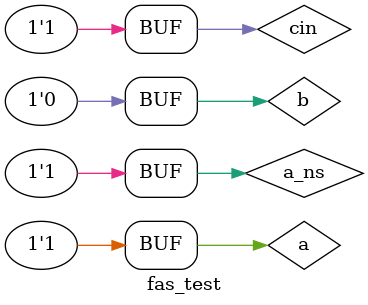
<source format=sv>
module fas_test;
    logic a;           // Input bit a
    logic b;           // Input bit b
    logic cin;         // Carry i
    logic a_ns;        // A_nS (add/not subtract) control
    logic s;          // Output S
    logic cout;        // Carry out
// Put your code here
// ------------------
    fas uut (
        .a(a),
        .b(b),
        .cin(cin),
        .a_ns(a_ns),
        .s(s),
        .cout(cout)
    );

    initial begin
        a=1;
        b=0;
        cin=1;
        a_ns=0;

        #50
        a_ns=1;

    end

// End of your code

endmodule

</source>
